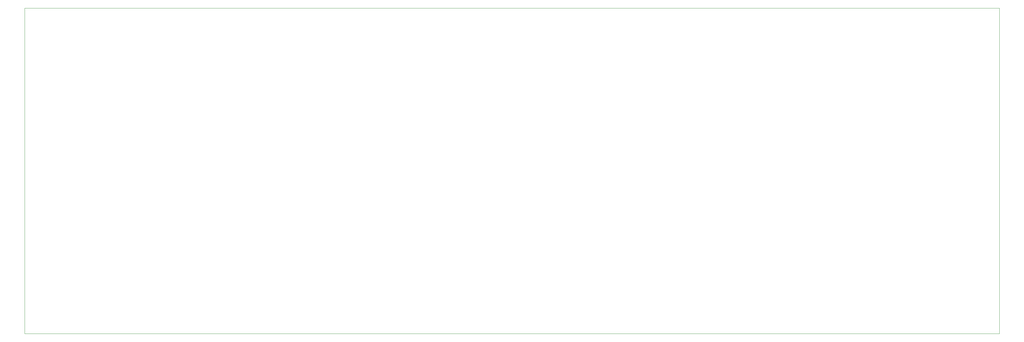
<source format=gbr>
%TF.GenerationSoftware,KiCad,Pcbnew,7.0.8-unknown-202310192121~e85eec2e6b~ubuntu22.04.1*%
%TF.CreationDate,2023-11-07T13:40:00+08:00*%
%TF.ProjectId,Cthulhu,43746875-6c68-4752-9e6b-696361645f70,rev?*%
%TF.SameCoordinates,Original*%
%TF.FileFunction,Profile,NP*%
%FSLAX46Y46*%
G04 Gerber Fmt 4.6, Leading zero omitted, Abs format (unit mm)*
G04 Created by KiCad (PCBNEW 7.0.8-unknown-202310192121~e85eec2e6b~ubuntu22.04.1) date 2023-11-07 13:40:00*
%MOMM*%
%LPD*%
G01*
G04 APERTURE LIST*
%TA.AperFunction,Profile*%
%ADD10C,0.100000*%
%TD*%
G04 APERTURE END LIST*
D10*
X50000000Y-50000000D02*
X334716092Y-50000000D01*
X334716092Y-145250000D01*
X50000000Y-145250000D01*
X50000000Y-50000000D01*
M02*

</source>
